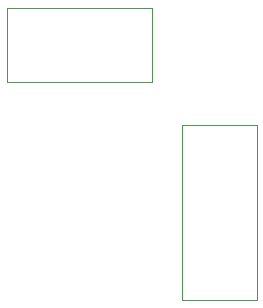
<source format=gbr>
G04 #@! TF.FileFunction,Other,User*
%FSLAX46Y46*%
G04 Gerber Fmt 4.6, Leading zero omitted, Abs format (unit mm)*
G04 Created by KiCad (PCBNEW 4.0.7) date 07/17/18 16:46:28*
%MOMM*%
%LPD*%
G01*
G04 APERTURE LIST*
%ADD10C,0.100000*%
%ADD11C,0.050000*%
G04 APERTURE END LIST*
D10*
D11*
X164817000Y-117032300D02*
X158497000Y-117032300D01*
X158497000Y-117032300D02*
X158497000Y-102172300D01*
X158497000Y-102172300D02*
X164817000Y-102172300D01*
X164817000Y-102172300D02*
X164817000Y-117032300D01*
X155945100Y-92243700D02*
X155945100Y-98563700D01*
X155945100Y-98563700D02*
X143625100Y-98563700D01*
X143625100Y-98563700D02*
X143625100Y-92243700D01*
X143625100Y-92243700D02*
X155945100Y-92243700D01*
M02*

</source>
